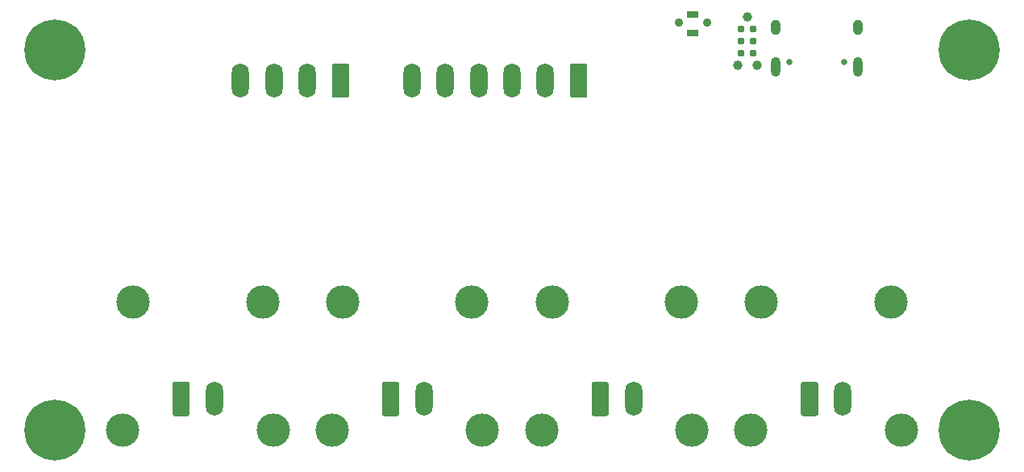
<source format=gbs>
G04 #@! TF.GenerationSoftware,KiCad,Pcbnew,5.1.5+dfsg1-2build2*
G04 #@! TF.CreationDate,2021-10-18T22:49:55+02:00*
G04 #@! TF.ProjectId,temperature-logger,74656d70-6572-4617-9475-72652d6c6f67,rev?*
G04 #@! TF.SameCoordinates,Original*
G04 #@! TF.FileFunction,Soldermask,Bot*
G04 #@! TF.FilePolarity,Negative*
%FSLAX46Y46*%
G04 Gerber Fmt 4.6, Leading zero omitted, Abs format (unit mm)*
G04 Created by KiCad (PCBNEW 5.1.5+dfsg1-2build2) date 2021-10-18 22:49:55*
%MOMM*%
%LPD*%
G04 APERTURE LIST*
%ADD10C,3.500000*%
%ADD11C,0.100000*%
%ADD12O,1.800000X3.600000*%
%ADD13C,0.900000*%
%ADD14C,0.985520*%
%ADD15C,0.988060*%
%ADD16C,0.784860*%
%ADD17R,1.300000X0.700000*%
%ADD18O,1.000000X2.100000*%
%ADD19O,1.000000X1.600000*%
%ADD20C,0.650000*%
%ADD21C,0.800000*%
%ADD22C,6.400000*%
G04 APERTURE END LIST*
D10*
X129200000Y-81500000D03*
X142800000Y-81500000D03*
X143900000Y-95000000D03*
X128100000Y-95000000D03*
D11*
G36*
X68924504Y-89901204D02*
G01*
X68948773Y-89904804D01*
X68972571Y-89910765D01*
X68995671Y-89919030D01*
X69017849Y-89929520D01*
X69038893Y-89942133D01*
X69058598Y-89956747D01*
X69076777Y-89973223D01*
X69093253Y-89991402D01*
X69107867Y-90011107D01*
X69120480Y-90032151D01*
X69130970Y-90054329D01*
X69139235Y-90077429D01*
X69145196Y-90101227D01*
X69148796Y-90125496D01*
X69150000Y-90150000D01*
X69150000Y-93250000D01*
X69148796Y-93274504D01*
X69145196Y-93298773D01*
X69139235Y-93322571D01*
X69130970Y-93345671D01*
X69120480Y-93367849D01*
X69107867Y-93388893D01*
X69093253Y-93408598D01*
X69076777Y-93426777D01*
X69058598Y-93443253D01*
X69038893Y-93457867D01*
X69017849Y-93470480D01*
X68995671Y-93480970D01*
X68972571Y-93489235D01*
X68948773Y-93495196D01*
X68924504Y-93498796D01*
X68900000Y-93500000D01*
X67600000Y-93500000D01*
X67575496Y-93498796D01*
X67551227Y-93495196D01*
X67527429Y-93489235D01*
X67504329Y-93480970D01*
X67482151Y-93470480D01*
X67461107Y-93457867D01*
X67441402Y-93443253D01*
X67423223Y-93426777D01*
X67406747Y-93408598D01*
X67392133Y-93388893D01*
X67379520Y-93367849D01*
X67369030Y-93345671D01*
X67360765Y-93322571D01*
X67354804Y-93298773D01*
X67351204Y-93274504D01*
X67350000Y-93250000D01*
X67350000Y-90150000D01*
X67351204Y-90125496D01*
X67354804Y-90101227D01*
X67360765Y-90077429D01*
X67369030Y-90054329D01*
X67379520Y-90032151D01*
X67392133Y-90011107D01*
X67406747Y-89991402D01*
X67423223Y-89973223D01*
X67441402Y-89956747D01*
X67461107Y-89942133D01*
X67482151Y-89929520D01*
X67504329Y-89919030D01*
X67527429Y-89910765D01*
X67551227Y-89904804D01*
X67575496Y-89901204D01*
X67600000Y-89900000D01*
X68900000Y-89900000D01*
X68924504Y-89901204D01*
G37*
D12*
X71750000Y-91700000D03*
D11*
G36*
X90924504Y-89901204D02*
G01*
X90948773Y-89904804D01*
X90972571Y-89910765D01*
X90995671Y-89919030D01*
X91017849Y-89929520D01*
X91038893Y-89942133D01*
X91058598Y-89956747D01*
X91076777Y-89973223D01*
X91093253Y-89991402D01*
X91107867Y-90011107D01*
X91120480Y-90032151D01*
X91130970Y-90054329D01*
X91139235Y-90077429D01*
X91145196Y-90101227D01*
X91148796Y-90125496D01*
X91150000Y-90150000D01*
X91150000Y-93250000D01*
X91148796Y-93274504D01*
X91145196Y-93298773D01*
X91139235Y-93322571D01*
X91130970Y-93345671D01*
X91120480Y-93367849D01*
X91107867Y-93388893D01*
X91093253Y-93408598D01*
X91076777Y-93426777D01*
X91058598Y-93443253D01*
X91038893Y-93457867D01*
X91017849Y-93470480D01*
X90995671Y-93480970D01*
X90972571Y-93489235D01*
X90948773Y-93495196D01*
X90924504Y-93498796D01*
X90900000Y-93500000D01*
X89600000Y-93500000D01*
X89575496Y-93498796D01*
X89551227Y-93495196D01*
X89527429Y-93489235D01*
X89504329Y-93480970D01*
X89482151Y-93470480D01*
X89461107Y-93457867D01*
X89441402Y-93443253D01*
X89423223Y-93426777D01*
X89406747Y-93408598D01*
X89392133Y-93388893D01*
X89379520Y-93367849D01*
X89369030Y-93345671D01*
X89360765Y-93322571D01*
X89354804Y-93298773D01*
X89351204Y-93274504D01*
X89350000Y-93250000D01*
X89350000Y-90150000D01*
X89351204Y-90125496D01*
X89354804Y-90101227D01*
X89360765Y-90077429D01*
X89369030Y-90054329D01*
X89379520Y-90032151D01*
X89392133Y-90011107D01*
X89406747Y-89991402D01*
X89423223Y-89973223D01*
X89441402Y-89956747D01*
X89461107Y-89942133D01*
X89482151Y-89929520D01*
X89504329Y-89919030D01*
X89527429Y-89910765D01*
X89551227Y-89904804D01*
X89575496Y-89901204D01*
X89600000Y-89900000D01*
X90900000Y-89900000D01*
X90924504Y-89901204D01*
G37*
D12*
X93750000Y-91700000D03*
D11*
G36*
X112924504Y-89901204D02*
G01*
X112948773Y-89904804D01*
X112972571Y-89910765D01*
X112995671Y-89919030D01*
X113017849Y-89929520D01*
X113038893Y-89942133D01*
X113058598Y-89956747D01*
X113076777Y-89973223D01*
X113093253Y-89991402D01*
X113107867Y-90011107D01*
X113120480Y-90032151D01*
X113130970Y-90054329D01*
X113139235Y-90077429D01*
X113145196Y-90101227D01*
X113148796Y-90125496D01*
X113150000Y-90150000D01*
X113150000Y-93250000D01*
X113148796Y-93274504D01*
X113145196Y-93298773D01*
X113139235Y-93322571D01*
X113130970Y-93345671D01*
X113120480Y-93367849D01*
X113107867Y-93388893D01*
X113093253Y-93408598D01*
X113076777Y-93426777D01*
X113058598Y-93443253D01*
X113038893Y-93457867D01*
X113017849Y-93470480D01*
X112995671Y-93480970D01*
X112972571Y-93489235D01*
X112948773Y-93495196D01*
X112924504Y-93498796D01*
X112900000Y-93500000D01*
X111600000Y-93500000D01*
X111575496Y-93498796D01*
X111551227Y-93495196D01*
X111527429Y-93489235D01*
X111504329Y-93480970D01*
X111482151Y-93470480D01*
X111461107Y-93457867D01*
X111441402Y-93443253D01*
X111423223Y-93426777D01*
X111406747Y-93408598D01*
X111392133Y-93388893D01*
X111379520Y-93367849D01*
X111369030Y-93345671D01*
X111360765Y-93322571D01*
X111354804Y-93298773D01*
X111351204Y-93274504D01*
X111350000Y-93250000D01*
X111350000Y-90150000D01*
X111351204Y-90125496D01*
X111354804Y-90101227D01*
X111360765Y-90077429D01*
X111369030Y-90054329D01*
X111379520Y-90032151D01*
X111392133Y-90011107D01*
X111406747Y-89991402D01*
X111423223Y-89973223D01*
X111441402Y-89956747D01*
X111461107Y-89942133D01*
X111482151Y-89929520D01*
X111504329Y-89919030D01*
X111527429Y-89910765D01*
X111551227Y-89904804D01*
X111575496Y-89901204D01*
X111600000Y-89900000D01*
X112900000Y-89900000D01*
X112924504Y-89901204D01*
G37*
D12*
X115750000Y-91700000D03*
D11*
G36*
X134924504Y-89901204D02*
G01*
X134948773Y-89904804D01*
X134972571Y-89910765D01*
X134995671Y-89919030D01*
X135017849Y-89929520D01*
X135038893Y-89942133D01*
X135058598Y-89956747D01*
X135076777Y-89973223D01*
X135093253Y-89991402D01*
X135107867Y-90011107D01*
X135120480Y-90032151D01*
X135130970Y-90054329D01*
X135139235Y-90077429D01*
X135145196Y-90101227D01*
X135148796Y-90125496D01*
X135150000Y-90150000D01*
X135150000Y-93250000D01*
X135148796Y-93274504D01*
X135145196Y-93298773D01*
X135139235Y-93322571D01*
X135130970Y-93345671D01*
X135120480Y-93367849D01*
X135107867Y-93388893D01*
X135093253Y-93408598D01*
X135076777Y-93426777D01*
X135058598Y-93443253D01*
X135038893Y-93457867D01*
X135017849Y-93470480D01*
X134995671Y-93480970D01*
X134972571Y-93489235D01*
X134948773Y-93495196D01*
X134924504Y-93498796D01*
X134900000Y-93500000D01*
X133600000Y-93500000D01*
X133575496Y-93498796D01*
X133551227Y-93495196D01*
X133527429Y-93489235D01*
X133504329Y-93480970D01*
X133482151Y-93470480D01*
X133461107Y-93457867D01*
X133441402Y-93443253D01*
X133423223Y-93426777D01*
X133406747Y-93408598D01*
X133392133Y-93388893D01*
X133379520Y-93367849D01*
X133369030Y-93345671D01*
X133360765Y-93322571D01*
X133354804Y-93298773D01*
X133351204Y-93274504D01*
X133350000Y-93250000D01*
X133350000Y-90150000D01*
X133351204Y-90125496D01*
X133354804Y-90101227D01*
X133360765Y-90077429D01*
X133369030Y-90054329D01*
X133379520Y-90032151D01*
X133392133Y-90011107D01*
X133406747Y-89991402D01*
X133423223Y-89973223D01*
X133441402Y-89956747D01*
X133461107Y-89942133D01*
X133482151Y-89929520D01*
X133504329Y-89919030D01*
X133527429Y-89910765D01*
X133551227Y-89904804D01*
X133575496Y-89901204D01*
X133600000Y-89900000D01*
X134900000Y-89900000D01*
X134924504Y-89901204D01*
G37*
D12*
X137750000Y-91700000D03*
D13*
X120500000Y-52170000D03*
X123500000Y-52170000D03*
D14*
X128716000Y-56590000D03*
X126684000Y-56590000D03*
D15*
X127700000Y-51510000D03*
D16*
X127065000Y-55320000D03*
X128335000Y-55320000D03*
X127065000Y-54050000D03*
X128335000Y-54050000D03*
X127065000Y-52780000D03*
X128335000Y-52780000D03*
D17*
X122000000Y-53200000D03*
X122000000Y-51300000D03*
D12*
X74500000Y-58250000D03*
X78000000Y-58250000D03*
X81500000Y-58250000D03*
D11*
G36*
X85674504Y-56451204D02*
G01*
X85698773Y-56454804D01*
X85722571Y-56460765D01*
X85745671Y-56469030D01*
X85767849Y-56479520D01*
X85788893Y-56492133D01*
X85808598Y-56506747D01*
X85826777Y-56523223D01*
X85843253Y-56541402D01*
X85857867Y-56561107D01*
X85870480Y-56582151D01*
X85880970Y-56604329D01*
X85889235Y-56627429D01*
X85895196Y-56651227D01*
X85898796Y-56675496D01*
X85900000Y-56700000D01*
X85900000Y-59800000D01*
X85898796Y-59824504D01*
X85895196Y-59848773D01*
X85889235Y-59872571D01*
X85880970Y-59895671D01*
X85870480Y-59917849D01*
X85857867Y-59938893D01*
X85843253Y-59958598D01*
X85826777Y-59976777D01*
X85808598Y-59993253D01*
X85788893Y-60007867D01*
X85767849Y-60020480D01*
X85745671Y-60030970D01*
X85722571Y-60039235D01*
X85698773Y-60045196D01*
X85674504Y-60048796D01*
X85650000Y-60050000D01*
X84350000Y-60050000D01*
X84325496Y-60048796D01*
X84301227Y-60045196D01*
X84277429Y-60039235D01*
X84254329Y-60030970D01*
X84232151Y-60020480D01*
X84211107Y-60007867D01*
X84191402Y-59993253D01*
X84173223Y-59976777D01*
X84156747Y-59958598D01*
X84142133Y-59938893D01*
X84129520Y-59917849D01*
X84119030Y-59895671D01*
X84110765Y-59872571D01*
X84104804Y-59848773D01*
X84101204Y-59824504D01*
X84100000Y-59800000D01*
X84100000Y-56700000D01*
X84101204Y-56675496D01*
X84104804Y-56651227D01*
X84110765Y-56627429D01*
X84119030Y-56604329D01*
X84129520Y-56582151D01*
X84142133Y-56561107D01*
X84156747Y-56541402D01*
X84173223Y-56523223D01*
X84191402Y-56506747D01*
X84211107Y-56492133D01*
X84232151Y-56479520D01*
X84254329Y-56469030D01*
X84277429Y-56460765D01*
X84301227Y-56454804D01*
X84325496Y-56451204D01*
X84350000Y-56450000D01*
X85650000Y-56450000D01*
X85674504Y-56451204D01*
G37*
D12*
X92500000Y-58250000D03*
X96000000Y-58250000D03*
X99500000Y-58250000D03*
X103000000Y-58250000D03*
X106500000Y-58250000D03*
D11*
G36*
X110674504Y-56451204D02*
G01*
X110698773Y-56454804D01*
X110722571Y-56460765D01*
X110745671Y-56469030D01*
X110767849Y-56479520D01*
X110788893Y-56492133D01*
X110808598Y-56506747D01*
X110826777Y-56523223D01*
X110843253Y-56541402D01*
X110857867Y-56561107D01*
X110870480Y-56582151D01*
X110880970Y-56604329D01*
X110889235Y-56627429D01*
X110895196Y-56651227D01*
X110898796Y-56675496D01*
X110900000Y-56700000D01*
X110900000Y-59800000D01*
X110898796Y-59824504D01*
X110895196Y-59848773D01*
X110889235Y-59872571D01*
X110880970Y-59895671D01*
X110870480Y-59917849D01*
X110857867Y-59938893D01*
X110843253Y-59958598D01*
X110826777Y-59976777D01*
X110808598Y-59993253D01*
X110788893Y-60007867D01*
X110767849Y-60020480D01*
X110745671Y-60030970D01*
X110722571Y-60039235D01*
X110698773Y-60045196D01*
X110674504Y-60048796D01*
X110650000Y-60050000D01*
X109350000Y-60050000D01*
X109325496Y-60048796D01*
X109301227Y-60045196D01*
X109277429Y-60039235D01*
X109254329Y-60030970D01*
X109232151Y-60020480D01*
X109211107Y-60007867D01*
X109191402Y-59993253D01*
X109173223Y-59976777D01*
X109156747Y-59958598D01*
X109142133Y-59938893D01*
X109129520Y-59917849D01*
X109119030Y-59895671D01*
X109110765Y-59872571D01*
X109104804Y-59848773D01*
X109101204Y-59824504D01*
X109100000Y-59800000D01*
X109100000Y-56700000D01*
X109101204Y-56675496D01*
X109104804Y-56651227D01*
X109110765Y-56627429D01*
X109119030Y-56604329D01*
X109129520Y-56582151D01*
X109142133Y-56561107D01*
X109156747Y-56541402D01*
X109173223Y-56523223D01*
X109191402Y-56506747D01*
X109211107Y-56492133D01*
X109232151Y-56479520D01*
X109254329Y-56469030D01*
X109277429Y-56460765D01*
X109301227Y-56454804D01*
X109325496Y-56451204D01*
X109350000Y-56450000D01*
X110650000Y-56450000D01*
X110674504Y-56451204D01*
G37*
D10*
X63200000Y-81500000D03*
X76800000Y-81500000D03*
X77900000Y-95000000D03*
X62100000Y-95000000D03*
X85200000Y-81500000D03*
X98800000Y-81500000D03*
X99900000Y-95000000D03*
X84100000Y-95000000D03*
X107200000Y-81500000D03*
X120800000Y-81500000D03*
X121900000Y-95000000D03*
X106100000Y-95000000D03*
D18*
X139320000Y-56835000D03*
X130680000Y-56835000D03*
D19*
X139320000Y-52655000D03*
X130680000Y-52655000D03*
D20*
X132110000Y-56305000D03*
X137890000Y-56305000D03*
D21*
X152697056Y-93302944D03*
X151000000Y-92600000D03*
X149302944Y-93302944D03*
X148600000Y-95000000D03*
X149302944Y-96697056D03*
X151000000Y-97400000D03*
X152697056Y-96697056D03*
X153400000Y-95000000D03*
D22*
X151000000Y-95000000D03*
D21*
X56697056Y-93302944D03*
X55000000Y-92600000D03*
X53302944Y-93302944D03*
X52600000Y-95000000D03*
X53302944Y-96697056D03*
X55000000Y-97400000D03*
X56697056Y-96697056D03*
X57400000Y-95000000D03*
D22*
X55000000Y-95000000D03*
D21*
X152697056Y-53302944D03*
X151000000Y-52600000D03*
X149302944Y-53302944D03*
X148600000Y-55000000D03*
X149302944Y-56697056D03*
X151000000Y-57400000D03*
X152697056Y-56697056D03*
X153400000Y-55000000D03*
D22*
X151000000Y-55000000D03*
D21*
X56697056Y-53302944D03*
X55000000Y-52600000D03*
X53302944Y-53302944D03*
X52600000Y-55000000D03*
X53302944Y-56697056D03*
X55000000Y-57400000D03*
X56697056Y-56697056D03*
X57400000Y-55000000D03*
D22*
X55000000Y-55000000D03*
M02*

</source>
